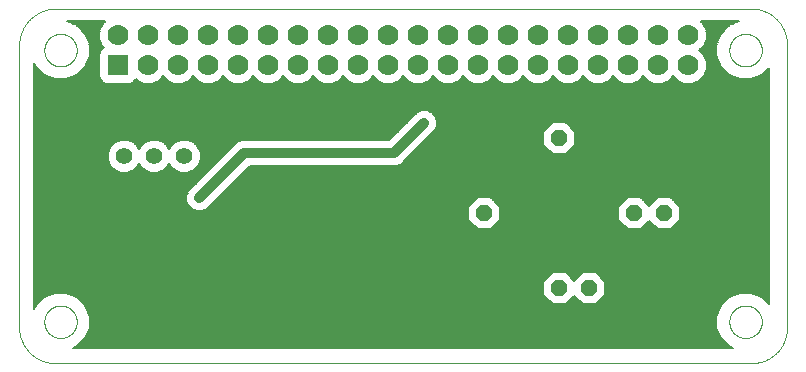
<source format=gbl>
G75*
%MOIN*%
%OFA0B0*%
%FSLAX25Y25*%
%IPPOS*%
%LPD*%
%AMOC8*
5,1,8,0,0,1.08239X$1,22.5*
%
%ADD10C,0.00000*%
%ADD11OC8,0.05200*%
%ADD12R,0.07000X0.07000*%
%ADD13C,0.07000*%
%ADD14C,0.05583*%
%ADD15C,0.02978*%
%ADD16C,0.03200*%
%ADD17C,0.02400*%
%ADD18C,0.00600*%
D10*
X0016899Y0005000D02*
X0249166Y0005000D01*
X0249450Y0005003D01*
X0249734Y0005014D01*
X0250017Y0005031D01*
X0250301Y0005055D01*
X0250583Y0005086D01*
X0250864Y0005123D01*
X0251145Y0005168D01*
X0251424Y0005219D01*
X0251703Y0005277D01*
X0251979Y0005342D01*
X0252254Y0005413D01*
X0252527Y0005491D01*
X0252798Y0005575D01*
X0253068Y0005666D01*
X0253334Y0005764D01*
X0253599Y0005868D01*
X0253861Y0005978D01*
X0254120Y0006095D01*
X0254376Y0006218D01*
X0254629Y0006346D01*
X0254879Y0006482D01*
X0255125Y0006623D01*
X0255368Y0006770D01*
X0255608Y0006922D01*
X0255844Y0007081D01*
X0256075Y0007245D01*
X0256303Y0007415D01*
X0256527Y0007590D01*
X0256746Y0007770D01*
X0256961Y0007956D01*
X0257171Y0008147D01*
X0257377Y0008343D01*
X0257578Y0008544D01*
X0257774Y0008750D01*
X0257965Y0008960D01*
X0258151Y0009175D01*
X0258331Y0009394D01*
X0258506Y0009618D01*
X0258676Y0009846D01*
X0258840Y0010077D01*
X0258999Y0010313D01*
X0259151Y0010553D01*
X0259298Y0010796D01*
X0259439Y0011042D01*
X0259575Y0011292D01*
X0259703Y0011545D01*
X0259826Y0011801D01*
X0259943Y0012060D01*
X0260053Y0012322D01*
X0260157Y0012587D01*
X0260255Y0012853D01*
X0260346Y0013123D01*
X0260430Y0013394D01*
X0260508Y0013667D01*
X0260579Y0013942D01*
X0260644Y0014218D01*
X0260702Y0014497D01*
X0260753Y0014776D01*
X0260798Y0015057D01*
X0260835Y0015338D01*
X0260866Y0015620D01*
X0260890Y0015904D01*
X0260907Y0016187D01*
X0260918Y0016471D01*
X0260921Y0016755D01*
X0260921Y0111192D01*
X0260917Y0111482D01*
X0260907Y0111772D01*
X0260889Y0112062D01*
X0260865Y0112351D01*
X0260833Y0112640D01*
X0260795Y0112927D01*
X0260750Y0113214D01*
X0260697Y0113499D01*
X0260638Y0113783D01*
X0260572Y0114066D01*
X0260499Y0114347D01*
X0260420Y0114626D01*
X0260333Y0114903D01*
X0260240Y0115178D01*
X0260141Y0115450D01*
X0260034Y0115721D01*
X0259922Y0115988D01*
X0259803Y0116253D01*
X0259677Y0116514D01*
X0259545Y0116773D01*
X0259407Y0117028D01*
X0259263Y0117280D01*
X0259113Y0117528D01*
X0258957Y0117773D01*
X0258795Y0118014D01*
X0258627Y0118251D01*
X0258454Y0118483D01*
X0258275Y0118712D01*
X0258091Y0118936D01*
X0257901Y0119155D01*
X0257706Y0119370D01*
X0257506Y0119580D01*
X0257300Y0119786D01*
X0257090Y0119986D01*
X0256875Y0120181D01*
X0256656Y0120371D01*
X0256432Y0120555D01*
X0256203Y0120734D01*
X0255971Y0120907D01*
X0255734Y0121075D01*
X0255493Y0121237D01*
X0255248Y0121393D01*
X0255000Y0121543D01*
X0254748Y0121687D01*
X0254493Y0121825D01*
X0254234Y0121957D01*
X0253973Y0122083D01*
X0253708Y0122202D01*
X0253441Y0122314D01*
X0253170Y0122421D01*
X0252898Y0122520D01*
X0252623Y0122613D01*
X0252346Y0122700D01*
X0252067Y0122779D01*
X0251786Y0122852D01*
X0251503Y0122918D01*
X0251219Y0122977D01*
X0250934Y0123030D01*
X0250647Y0123075D01*
X0250360Y0123113D01*
X0250071Y0123145D01*
X0249782Y0123169D01*
X0249492Y0123187D01*
X0249202Y0123197D01*
X0248912Y0123201D01*
X0017261Y0123201D01*
X0016965Y0123197D01*
X0016669Y0123187D01*
X0016373Y0123169D01*
X0016078Y0123144D01*
X0015783Y0123112D01*
X0015489Y0123072D01*
X0015197Y0123026D01*
X0014905Y0122973D01*
X0014615Y0122912D01*
X0014327Y0122845D01*
X0014040Y0122770D01*
X0013755Y0122689D01*
X0013472Y0122601D01*
X0013191Y0122506D01*
X0012913Y0122404D01*
X0012637Y0122296D01*
X0012364Y0122181D01*
X0012094Y0122059D01*
X0011827Y0121931D01*
X0011563Y0121797D01*
X0011302Y0121656D01*
X0011045Y0121509D01*
X0010792Y0121355D01*
X0010542Y0121196D01*
X0010296Y0121031D01*
X0010054Y0120859D01*
X0009817Y0120682D01*
X0009583Y0120500D01*
X0009355Y0120311D01*
X0009130Y0120117D01*
X0008911Y0119918D01*
X0008697Y0119714D01*
X0008487Y0119504D01*
X0008283Y0119290D01*
X0008084Y0119071D01*
X0007890Y0118846D01*
X0007701Y0118618D01*
X0007519Y0118384D01*
X0007342Y0118147D01*
X0007170Y0117905D01*
X0007005Y0117659D01*
X0006846Y0117409D01*
X0006692Y0117156D01*
X0006545Y0116899D01*
X0006404Y0116638D01*
X0006270Y0116374D01*
X0006142Y0116107D01*
X0006020Y0115837D01*
X0005905Y0115564D01*
X0005797Y0115288D01*
X0005695Y0115010D01*
X0005600Y0114729D01*
X0005512Y0114446D01*
X0005431Y0114161D01*
X0005356Y0113874D01*
X0005289Y0113586D01*
X0005228Y0113296D01*
X0005175Y0113004D01*
X0005129Y0112712D01*
X0005089Y0112418D01*
X0005057Y0112123D01*
X0005032Y0111828D01*
X0005014Y0111532D01*
X0005004Y0111236D01*
X0005000Y0110940D01*
X0005000Y0016899D01*
X0005003Y0016611D01*
X0005014Y0016324D01*
X0005031Y0016037D01*
X0005056Y0015751D01*
X0005087Y0015465D01*
X0005125Y0015180D01*
X0005170Y0014896D01*
X0005222Y0014613D01*
X0005280Y0014331D01*
X0005346Y0014051D01*
X0005418Y0013773D01*
X0005497Y0013497D01*
X0005582Y0013222D01*
X0005675Y0012950D01*
X0005773Y0012680D01*
X0005878Y0012412D01*
X0005990Y0012147D01*
X0006108Y0011885D01*
X0006232Y0011625D01*
X0006363Y0011369D01*
X0006500Y0011116D01*
X0006642Y0010867D01*
X0006791Y0010621D01*
X0006946Y0010378D01*
X0007106Y0010140D01*
X0007273Y0009905D01*
X0007444Y0009674D01*
X0007622Y0009448D01*
X0007804Y0009226D01*
X0007992Y0009009D01*
X0008186Y0008796D01*
X0008384Y0008587D01*
X0008587Y0008384D01*
X0008796Y0008186D01*
X0009009Y0007992D01*
X0009226Y0007804D01*
X0009448Y0007622D01*
X0009674Y0007444D01*
X0009905Y0007273D01*
X0010140Y0007106D01*
X0010378Y0006946D01*
X0010621Y0006791D01*
X0010867Y0006642D01*
X0011116Y0006500D01*
X0011369Y0006363D01*
X0011625Y0006232D01*
X0011885Y0006108D01*
X0012147Y0005990D01*
X0012412Y0005878D01*
X0012680Y0005773D01*
X0012950Y0005675D01*
X0013222Y0005582D01*
X0013497Y0005497D01*
X0013773Y0005418D01*
X0014051Y0005346D01*
X0014331Y0005280D01*
X0014613Y0005222D01*
X0014896Y0005170D01*
X0015180Y0005125D01*
X0015465Y0005087D01*
X0015751Y0005056D01*
X0016037Y0005031D01*
X0016324Y0005014D01*
X0016611Y0005003D01*
X0016899Y0005000D01*
X0013367Y0018780D02*
X0013369Y0018927D01*
X0013375Y0019073D01*
X0013385Y0019219D01*
X0013399Y0019365D01*
X0013417Y0019511D01*
X0013438Y0019656D01*
X0013464Y0019800D01*
X0013494Y0019944D01*
X0013527Y0020086D01*
X0013564Y0020228D01*
X0013605Y0020369D01*
X0013650Y0020508D01*
X0013699Y0020647D01*
X0013751Y0020784D01*
X0013808Y0020919D01*
X0013867Y0021053D01*
X0013931Y0021185D01*
X0013998Y0021315D01*
X0014068Y0021444D01*
X0014142Y0021571D01*
X0014219Y0021695D01*
X0014300Y0021818D01*
X0014384Y0021938D01*
X0014471Y0022056D01*
X0014561Y0022171D01*
X0014654Y0022284D01*
X0014751Y0022395D01*
X0014850Y0022503D01*
X0014952Y0022608D01*
X0015057Y0022710D01*
X0015165Y0022809D01*
X0015276Y0022906D01*
X0015389Y0022999D01*
X0015504Y0023089D01*
X0015622Y0023176D01*
X0015742Y0023260D01*
X0015865Y0023341D01*
X0015989Y0023418D01*
X0016116Y0023492D01*
X0016245Y0023562D01*
X0016375Y0023629D01*
X0016507Y0023693D01*
X0016641Y0023752D01*
X0016776Y0023809D01*
X0016913Y0023861D01*
X0017052Y0023910D01*
X0017191Y0023955D01*
X0017332Y0023996D01*
X0017474Y0024033D01*
X0017616Y0024066D01*
X0017760Y0024096D01*
X0017904Y0024122D01*
X0018049Y0024143D01*
X0018195Y0024161D01*
X0018341Y0024175D01*
X0018487Y0024185D01*
X0018633Y0024191D01*
X0018780Y0024193D01*
X0018927Y0024191D01*
X0019073Y0024185D01*
X0019219Y0024175D01*
X0019365Y0024161D01*
X0019511Y0024143D01*
X0019656Y0024122D01*
X0019800Y0024096D01*
X0019944Y0024066D01*
X0020086Y0024033D01*
X0020228Y0023996D01*
X0020369Y0023955D01*
X0020508Y0023910D01*
X0020647Y0023861D01*
X0020784Y0023809D01*
X0020919Y0023752D01*
X0021053Y0023693D01*
X0021185Y0023629D01*
X0021315Y0023562D01*
X0021444Y0023492D01*
X0021571Y0023418D01*
X0021695Y0023341D01*
X0021818Y0023260D01*
X0021938Y0023176D01*
X0022056Y0023089D01*
X0022171Y0022999D01*
X0022284Y0022906D01*
X0022395Y0022809D01*
X0022503Y0022710D01*
X0022608Y0022608D01*
X0022710Y0022503D01*
X0022809Y0022395D01*
X0022906Y0022284D01*
X0022999Y0022171D01*
X0023089Y0022056D01*
X0023176Y0021938D01*
X0023260Y0021818D01*
X0023341Y0021695D01*
X0023418Y0021571D01*
X0023492Y0021444D01*
X0023562Y0021315D01*
X0023629Y0021185D01*
X0023693Y0021053D01*
X0023752Y0020919D01*
X0023809Y0020784D01*
X0023861Y0020647D01*
X0023910Y0020508D01*
X0023955Y0020369D01*
X0023996Y0020228D01*
X0024033Y0020086D01*
X0024066Y0019944D01*
X0024096Y0019800D01*
X0024122Y0019656D01*
X0024143Y0019511D01*
X0024161Y0019365D01*
X0024175Y0019219D01*
X0024185Y0019073D01*
X0024191Y0018927D01*
X0024193Y0018780D01*
X0024191Y0018633D01*
X0024185Y0018487D01*
X0024175Y0018341D01*
X0024161Y0018195D01*
X0024143Y0018049D01*
X0024122Y0017904D01*
X0024096Y0017760D01*
X0024066Y0017616D01*
X0024033Y0017474D01*
X0023996Y0017332D01*
X0023955Y0017191D01*
X0023910Y0017052D01*
X0023861Y0016913D01*
X0023809Y0016776D01*
X0023752Y0016641D01*
X0023693Y0016507D01*
X0023629Y0016375D01*
X0023562Y0016245D01*
X0023492Y0016116D01*
X0023418Y0015989D01*
X0023341Y0015865D01*
X0023260Y0015742D01*
X0023176Y0015622D01*
X0023089Y0015504D01*
X0022999Y0015389D01*
X0022906Y0015276D01*
X0022809Y0015165D01*
X0022710Y0015057D01*
X0022608Y0014952D01*
X0022503Y0014850D01*
X0022395Y0014751D01*
X0022284Y0014654D01*
X0022171Y0014561D01*
X0022056Y0014471D01*
X0021938Y0014384D01*
X0021818Y0014300D01*
X0021695Y0014219D01*
X0021571Y0014142D01*
X0021444Y0014068D01*
X0021315Y0013998D01*
X0021185Y0013931D01*
X0021053Y0013867D01*
X0020919Y0013808D01*
X0020784Y0013751D01*
X0020647Y0013699D01*
X0020508Y0013650D01*
X0020369Y0013605D01*
X0020228Y0013564D01*
X0020086Y0013527D01*
X0019944Y0013494D01*
X0019800Y0013464D01*
X0019656Y0013438D01*
X0019511Y0013417D01*
X0019365Y0013399D01*
X0019219Y0013385D01*
X0019073Y0013375D01*
X0018927Y0013369D01*
X0018780Y0013367D01*
X0018633Y0013369D01*
X0018487Y0013375D01*
X0018341Y0013385D01*
X0018195Y0013399D01*
X0018049Y0013417D01*
X0017904Y0013438D01*
X0017760Y0013464D01*
X0017616Y0013494D01*
X0017474Y0013527D01*
X0017332Y0013564D01*
X0017191Y0013605D01*
X0017052Y0013650D01*
X0016913Y0013699D01*
X0016776Y0013751D01*
X0016641Y0013808D01*
X0016507Y0013867D01*
X0016375Y0013931D01*
X0016245Y0013998D01*
X0016116Y0014068D01*
X0015989Y0014142D01*
X0015865Y0014219D01*
X0015742Y0014300D01*
X0015622Y0014384D01*
X0015504Y0014471D01*
X0015389Y0014561D01*
X0015276Y0014654D01*
X0015165Y0014751D01*
X0015057Y0014850D01*
X0014952Y0014952D01*
X0014850Y0015057D01*
X0014751Y0015165D01*
X0014654Y0015276D01*
X0014561Y0015389D01*
X0014471Y0015504D01*
X0014384Y0015622D01*
X0014300Y0015742D01*
X0014219Y0015865D01*
X0014142Y0015989D01*
X0014068Y0016116D01*
X0013998Y0016245D01*
X0013931Y0016375D01*
X0013867Y0016507D01*
X0013808Y0016641D01*
X0013751Y0016776D01*
X0013699Y0016913D01*
X0013650Y0017052D01*
X0013605Y0017191D01*
X0013564Y0017332D01*
X0013527Y0017474D01*
X0013494Y0017616D01*
X0013464Y0017760D01*
X0013438Y0017904D01*
X0013417Y0018049D01*
X0013399Y0018195D01*
X0013385Y0018341D01*
X0013375Y0018487D01*
X0013369Y0018633D01*
X0013367Y0018780D01*
X0013367Y0109331D02*
X0013369Y0109478D01*
X0013375Y0109624D01*
X0013385Y0109770D01*
X0013399Y0109916D01*
X0013417Y0110062D01*
X0013438Y0110207D01*
X0013464Y0110351D01*
X0013494Y0110495D01*
X0013527Y0110637D01*
X0013564Y0110779D01*
X0013605Y0110920D01*
X0013650Y0111059D01*
X0013699Y0111198D01*
X0013751Y0111335D01*
X0013808Y0111470D01*
X0013867Y0111604D01*
X0013931Y0111736D01*
X0013998Y0111866D01*
X0014068Y0111995D01*
X0014142Y0112122D01*
X0014219Y0112246D01*
X0014300Y0112369D01*
X0014384Y0112489D01*
X0014471Y0112607D01*
X0014561Y0112722D01*
X0014654Y0112835D01*
X0014751Y0112946D01*
X0014850Y0113054D01*
X0014952Y0113159D01*
X0015057Y0113261D01*
X0015165Y0113360D01*
X0015276Y0113457D01*
X0015389Y0113550D01*
X0015504Y0113640D01*
X0015622Y0113727D01*
X0015742Y0113811D01*
X0015865Y0113892D01*
X0015989Y0113969D01*
X0016116Y0114043D01*
X0016245Y0114113D01*
X0016375Y0114180D01*
X0016507Y0114244D01*
X0016641Y0114303D01*
X0016776Y0114360D01*
X0016913Y0114412D01*
X0017052Y0114461D01*
X0017191Y0114506D01*
X0017332Y0114547D01*
X0017474Y0114584D01*
X0017616Y0114617D01*
X0017760Y0114647D01*
X0017904Y0114673D01*
X0018049Y0114694D01*
X0018195Y0114712D01*
X0018341Y0114726D01*
X0018487Y0114736D01*
X0018633Y0114742D01*
X0018780Y0114744D01*
X0018927Y0114742D01*
X0019073Y0114736D01*
X0019219Y0114726D01*
X0019365Y0114712D01*
X0019511Y0114694D01*
X0019656Y0114673D01*
X0019800Y0114647D01*
X0019944Y0114617D01*
X0020086Y0114584D01*
X0020228Y0114547D01*
X0020369Y0114506D01*
X0020508Y0114461D01*
X0020647Y0114412D01*
X0020784Y0114360D01*
X0020919Y0114303D01*
X0021053Y0114244D01*
X0021185Y0114180D01*
X0021315Y0114113D01*
X0021444Y0114043D01*
X0021571Y0113969D01*
X0021695Y0113892D01*
X0021818Y0113811D01*
X0021938Y0113727D01*
X0022056Y0113640D01*
X0022171Y0113550D01*
X0022284Y0113457D01*
X0022395Y0113360D01*
X0022503Y0113261D01*
X0022608Y0113159D01*
X0022710Y0113054D01*
X0022809Y0112946D01*
X0022906Y0112835D01*
X0022999Y0112722D01*
X0023089Y0112607D01*
X0023176Y0112489D01*
X0023260Y0112369D01*
X0023341Y0112246D01*
X0023418Y0112122D01*
X0023492Y0111995D01*
X0023562Y0111866D01*
X0023629Y0111736D01*
X0023693Y0111604D01*
X0023752Y0111470D01*
X0023809Y0111335D01*
X0023861Y0111198D01*
X0023910Y0111059D01*
X0023955Y0110920D01*
X0023996Y0110779D01*
X0024033Y0110637D01*
X0024066Y0110495D01*
X0024096Y0110351D01*
X0024122Y0110207D01*
X0024143Y0110062D01*
X0024161Y0109916D01*
X0024175Y0109770D01*
X0024185Y0109624D01*
X0024191Y0109478D01*
X0024193Y0109331D01*
X0024191Y0109184D01*
X0024185Y0109038D01*
X0024175Y0108892D01*
X0024161Y0108746D01*
X0024143Y0108600D01*
X0024122Y0108455D01*
X0024096Y0108311D01*
X0024066Y0108167D01*
X0024033Y0108025D01*
X0023996Y0107883D01*
X0023955Y0107742D01*
X0023910Y0107603D01*
X0023861Y0107464D01*
X0023809Y0107327D01*
X0023752Y0107192D01*
X0023693Y0107058D01*
X0023629Y0106926D01*
X0023562Y0106796D01*
X0023492Y0106667D01*
X0023418Y0106540D01*
X0023341Y0106416D01*
X0023260Y0106293D01*
X0023176Y0106173D01*
X0023089Y0106055D01*
X0022999Y0105940D01*
X0022906Y0105827D01*
X0022809Y0105716D01*
X0022710Y0105608D01*
X0022608Y0105503D01*
X0022503Y0105401D01*
X0022395Y0105302D01*
X0022284Y0105205D01*
X0022171Y0105112D01*
X0022056Y0105022D01*
X0021938Y0104935D01*
X0021818Y0104851D01*
X0021695Y0104770D01*
X0021571Y0104693D01*
X0021444Y0104619D01*
X0021315Y0104549D01*
X0021185Y0104482D01*
X0021053Y0104418D01*
X0020919Y0104359D01*
X0020784Y0104302D01*
X0020647Y0104250D01*
X0020508Y0104201D01*
X0020369Y0104156D01*
X0020228Y0104115D01*
X0020086Y0104078D01*
X0019944Y0104045D01*
X0019800Y0104015D01*
X0019656Y0103989D01*
X0019511Y0103968D01*
X0019365Y0103950D01*
X0019219Y0103936D01*
X0019073Y0103926D01*
X0018927Y0103920D01*
X0018780Y0103918D01*
X0018633Y0103920D01*
X0018487Y0103926D01*
X0018341Y0103936D01*
X0018195Y0103950D01*
X0018049Y0103968D01*
X0017904Y0103989D01*
X0017760Y0104015D01*
X0017616Y0104045D01*
X0017474Y0104078D01*
X0017332Y0104115D01*
X0017191Y0104156D01*
X0017052Y0104201D01*
X0016913Y0104250D01*
X0016776Y0104302D01*
X0016641Y0104359D01*
X0016507Y0104418D01*
X0016375Y0104482D01*
X0016245Y0104549D01*
X0016116Y0104619D01*
X0015989Y0104693D01*
X0015865Y0104770D01*
X0015742Y0104851D01*
X0015622Y0104935D01*
X0015504Y0105022D01*
X0015389Y0105112D01*
X0015276Y0105205D01*
X0015165Y0105302D01*
X0015057Y0105401D01*
X0014952Y0105503D01*
X0014850Y0105608D01*
X0014751Y0105716D01*
X0014654Y0105827D01*
X0014561Y0105940D01*
X0014471Y0106055D01*
X0014384Y0106173D01*
X0014300Y0106293D01*
X0014219Y0106416D01*
X0014142Y0106540D01*
X0014068Y0106667D01*
X0013998Y0106796D01*
X0013931Y0106926D01*
X0013867Y0107058D01*
X0013808Y0107192D01*
X0013751Y0107327D01*
X0013699Y0107464D01*
X0013650Y0107603D01*
X0013605Y0107742D01*
X0013564Y0107883D01*
X0013527Y0108025D01*
X0013494Y0108167D01*
X0013464Y0108311D01*
X0013438Y0108455D01*
X0013417Y0108600D01*
X0013399Y0108746D01*
X0013385Y0108892D01*
X0013375Y0109038D01*
X0013369Y0109184D01*
X0013367Y0109331D01*
X0241713Y0109331D02*
X0241715Y0109478D01*
X0241721Y0109624D01*
X0241731Y0109770D01*
X0241745Y0109916D01*
X0241763Y0110062D01*
X0241784Y0110207D01*
X0241810Y0110351D01*
X0241840Y0110495D01*
X0241873Y0110637D01*
X0241910Y0110779D01*
X0241951Y0110920D01*
X0241996Y0111059D01*
X0242045Y0111198D01*
X0242097Y0111335D01*
X0242154Y0111470D01*
X0242213Y0111604D01*
X0242277Y0111736D01*
X0242344Y0111866D01*
X0242414Y0111995D01*
X0242488Y0112122D01*
X0242565Y0112246D01*
X0242646Y0112369D01*
X0242730Y0112489D01*
X0242817Y0112607D01*
X0242907Y0112722D01*
X0243000Y0112835D01*
X0243097Y0112946D01*
X0243196Y0113054D01*
X0243298Y0113159D01*
X0243403Y0113261D01*
X0243511Y0113360D01*
X0243622Y0113457D01*
X0243735Y0113550D01*
X0243850Y0113640D01*
X0243968Y0113727D01*
X0244088Y0113811D01*
X0244211Y0113892D01*
X0244335Y0113969D01*
X0244462Y0114043D01*
X0244591Y0114113D01*
X0244721Y0114180D01*
X0244853Y0114244D01*
X0244987Y0114303D01*
X0245122Y0114360D01*
X0245259Y0114412D01*
X0245398Y0114461D01*
X0245537Y0114506D01*
X0245678Y0114547D01*
X0245820Y0114584D01*
X0245962Y0114617D01*
X0246106Y0114647D01*
X0246250Y0114673D01*
X0246395Y0114694D01*
X0246541Y0114712D01*
X0246687Y0114726D01*
X0246833Y0114736D01*
X0246979Y0114742D01*
X0247126Y0114744D01*
X0247273Y0114742D01*
X0247419Y0114736D01*
X0247565Y0114726D01*
X0247711Y0114712D01*
X0247857Y0114694D01*
X0248002Y0114673D01*
X0248146Y0114647D01*
X0248290Y0114617D01*
X0248432Y0114584D01*
X0248574Y0114547D01*
X0248715Y0114506D01*
X0248854Y0114461D01*
X0248993Y0114412D01*
X0249130Y0114360D01*
X0249265Y0114303D01*
X0249399Y0114244D01*
X0249531Y0114180D01*
X0249661Y0114113D01*
X0249790Y0114043D01*
X0249917Y0113969D01*
X0250041Y0113892D01*
X0250164Y0113811D01*
X0250284Y0113727D01*
X0250402Y0113640D01*
X0250517Y0113550D01*
X0250630Y0113457D01*
X0250741Y0113360D01*
X0250849Y0113261D01*
X0250954Y0113159D01*
X0251056Y0113054D01*
X0251155Y0112946D01*
X0251252Y0112835D01*
X0251345Y0112722D01*
X0251435Y0112607D01*
X0251522Y0112489D01*
X0251606Y0112369D01*
X0251687Y0112246D01*
X0251764Y0112122D01*
X0251838Y0111995D01*
X0251908Y0111866D01*
X0251975Y0111736D01*
X0252039Y0111604D01*
X0252098Y0111470D01*
X0252155Y0111335D01*
X0252207Y0111198D01*
X0252256Y0111059D01*
X0252301Y0110920D01*
X0252342Y0110779D01*
X0252379Y0110637D01*
X0252412Y0110495D01*
X0252442Y0110351D01*
X0252468Y0110207D01*
X0252489Y0110062D01*
X0252507Y0109916D01*
X0252521Y0109770D01*
X0252531Y0109624D01*
X0252537Y0109478D01*
X0252539Y0109331D01*
X0252537Y0109184D01*
X0252531Y0109038D01*
X0252521Y0108892D01*
X0252507Y0108746D01*
X0252489Y0108600D01*
X0252468Y0108455D01*
X0252442Y0108311D01*
X0252412Y0108167D01*
X0252379Y0108025D01*
X0252342Y0107883D01*
X0252301Y0107742D01*
X0252256Y0107603D01*
X0252207Y0107464D01*
X0252155Y0107327D01*
X0252098Y0107192D01*
X0252039Y0107058D01*
X0251975Y0106926D01*
X0251908Y0106796D01*
X0251838Y0106667D01*
X0251764Y0106540D01*
X0251687Y0106416D01*
X0251606Y0106293D01*
X0251522Y0106173D01*
X0251435Y0106055D01*
X0251345Y0105940D01*
X0251252Y0105827D01*
X0251155Y0105716D01*
X0251056Y0105608D01*
X0250954Y0105503D01*
X0250849Y0105401D01*
X0250741Y0105302D01*
X0250630Y0105205D01*
X0250517Y0105112D01*
X0250402Y0105022D01*
X0250284Y0104935D01*
X0250164Y0104851D01*
X0250041Y0104770D01*
X0249917Y0104693D01*
X0249790Y0104619D01*
X0249661Y0104549D01*
X0249531Y0104482D01*
X0249399Y0104418D01*
X0249265Y0104359D01*
X0249130Y0104302D01*
X0248993Y0104250D01*
X0248854Y0104201D01*
X0248715Y0104156D01*
X0248574Y0104115D01*
X0248432Y0104078D01*
X0248290Y0104045D01*
X0248146Y0104015D01*
X0248002Y0103989D01*
X0247857Y0103968D01*
X0247711Y0103950D01*
X0247565Y0103936D01*
X0247419Y0103926D01*
X0247273Y0103920D01*
X0247126Y0103918D01*
X0246979Y0103920D01*
X0246833Y0103926D01*
X0246687Y0103936D01*
X0246541Y0103950D01*
X0246395Y0103968D01*
X0246250Y0103989D01*
X0246106Y0104015D01*
X0245962Y0104045D01*
X0245820Y0104078D01*
X0245678Y0104115D01*
X0245537Y0104156D01*
X0245398Y0104201D01*
X0245259Y0104250D01*
X0245122Y0104302D01*
X0244987Y0104359D01*
X0244853Y0104418D01*
X0244721Y0104482D01*
X0244591Y0104549D01*
X0244462Y0104619D01*
X0244335Y0104693D01*
X0244211Y0104770D01*
X0244088Y0104851D01*
X0243968Y0104935D01*
X0243850Y0105022D01*
X0243735Y0105112D01*
X0243622Y0105205D01*
X0243511Y0105302D01*
X0243403Y0105401D01*
X0243298Y0105503D01*
X0243196Y0105608D01*
X0243097Y0105716D01*
X0243000Y0105827D01*
X0242907Y0105940D01*
X0242817Y0106055D01*
X0242730Y0106173D01*
X0242646Y0106293D01*
X0242565Y0106416D01*
X0242488Y0106540D01*
X0242414Y0106667D01*
X0242344Y0106796D01*
X0242277Y0106926D01*
X0242213Y0107058D01*
X0242154Y0107192D01*
X0242097Y0107327D01*
X0242045Y0107464D01*
X0241996Y0107603D01*
X0241951Y0107742D01*
X0241910Y0107883D01*
X0241873Y0108025D01*
X0241840Y0108167D01*
X0241810Y0108311D01*
X0241784Y0108455D01*
X0241763Y0108600D01*
X0241745Y0108746D01*
X0241731Y0108892D01*
X0241721Y0109038D01*
X0241715Y0109184D01*
X0241713Y0109331D01*
X0241713Y0018780D02*
X0241715Y0018927D01*
X0241721Y0019073D01*
X0241731Y0019219D01*
X0241745Y0019365D01*
X0241763Y0019511D01*
X0241784Y0019656D01*
X0241810Y0019800D01*
X0241840Y0019944D01*
X0241873Y0020086D01*
X0241910Y0020228D01*
X0241951Y0020369D01*
X0241996Y0020508D01*
X0242045Y0020647D01*
X0242097Y0020784D01*
X0242154Y0020919D01*
X0242213Y0021053D01*
X0242277Y0021185D01*
X0242344Y0021315D01*
X0242414Y0021444D01*
X0242488Y0021571D01*
X0242565Y0021695D01*
X0242646Y0021818D01*
X0242730Y0021938D01*
X0242817Y0022056D01*
X0242907Y0022171D01*
X0243000Y0022284D01*
X0243097Y0022395D01*
X0243196Y0022503D01*
X0243298Y0022608D01*
X0243403Y0022710D01*
X0243511Y0022809D01*
X0243622Y0022906D01*
X0243735Y0022999D01*
X0243850Y0023089D01*
X0243968Y0023176D01*
X0244088Y0023260D01*
X0244211Y0023341D01*
X0244335Y0023418D01*
X0244462Y0023492D01*
X0244591Y0023562D01*
X0244721Y0023629D01*
X0244853Y0023693D01*
X0244987Y0023752D01*
X0245122Y0023809D01*
X0245259Y0023861D01*
X0245398Y0023910D01*
X0245537Y0023955D01*
X0245678Y0023996D01*
X0245820Y0024033D01*
X0245962Y0024066D01*
X0246106Y0024096D01*
X0246250Y0024122D01*
X0246395Y0024143D01*
X0246541Y0024161D01*
X0246687Y0024175D01*
X0246833Y0024185D01*
X0246979Y0024191D01*
X0247126Y0024193D01*
X0247273Y0024191D01*
X0247419Y0024185D01*
X0247565Y0024175D01*
X0247711Y0024161D01*
X0247857Y0024143D01*
X0248002Y0024122D01*
X0248146Y0024096D01*
X0248290Y0024066D01*
X0248432Y0024033D01*
X0248574Y0023996D01*
X0248715Y0023955D01*
X0248854Y0023910D01*
X0248993Y0023861D01*
X0249130Y0023809D01*
X0249265Y0023752D01*
X0249399Y0023693D01*
X0249531Y0023629D01*
X0249661Y0023562D01*
X0249790Y0023492D01*
X0249917Y0023418D01*
X0250041Y0023341D01*
X0250164Y0023260D01*
X0250284Y0023176D01*
X0250402Y0023089D01*
X0250517Y0022999D01*
X0250630Y0022906D01*
X0250741Y0022809D01*
X0250849Y0022710D01*
X0250954Y0022608D01*
X0251056Y0022503D01*
X0251155Y0022395D01*
X0251252Y0022284D01*
X0251345Y0022171D01*
X0251435Y0022056D01*
X0251522Y0021938D01*
X0251606Y0021818D01*
X0251687Y0021695D01*
X0251764Y0021571D01*
X0251838Y0021444D01*
X0251908Y0021315D01*
X0251975Y0021185D01*
X0252039Y0021053D01*
X0252098Y0020919D01*
X0252155Y0020784D01*
X0252207Y0020647D01*
X0252256Y0020508D01*
X0252301Y0020369D01*
X0252342Y0020228D01*
X0252379Y0020086D01*
X0252412Y0019944D01*
X0252442Y0019800D01*
X0252468Y0019656D01*
X0252489Y0019511D01*
X0252507Y0019365D01*
X0252521Y0019219D01*
X0252531Y0019073D01*
X0252537Y0018927D01*
X0252539Y0018780D01*
X0252537Y0018633D01*
X0252531Y0018487D01*
X0252521Y0018341D01*
X0252507Y0018195D01*
X0252489Y0018049D01*
X0252468Y0017904D01*
X0252442Y0017760D01*
X0252412Y0017616D01*
X0252379Y0017474D01*
X0252342Y0017332D01*
X0252301Y0017191D01*
X0252256Y0017052D01*
X0252207Y0016913D01*
X0252155Y0016776D01*
X0252098Y0016641D01*
X0252039Y0016507D01*
X0251975Y0016375D01*
X0251908Y0016245D01*
X0251838Y0016116D01*
X0251764Y0015989D01*
X0251687Y0015865D01*
X0251606Y0015742D01*
X0251522Y0015622D01*
X0251435Y0015504D01*
X0251345Y0015389D01*
X0251252Y0015276D01*
X0251155Y0015165D01*
X0251056Y0015057D01*
X0250954Y0014952D01*
X0250849Y0014850D01*
X0250741Y0014751D01*
X0250630Y0014654D01*
X0250517Y0014561D01*
X0250402Y0014471D01*
X0250284Y0014384D01*
X0250164Y0014300D01*
X0250041Y0014219D01*
X0249917Y0014142D01*
X0249790Y0014068D01*
X0249661Y0013998D01*
X0249531Y0013931D01*
X0249399Y0013867D01*
X0249265Y0013808D01*
X0249130Y0013751D01*
X0248993Y0013699D01*
X0248854Y0013650D01*
X0248715Y0013605D01*
X0248574Y0013564D01*
X0248432Y0013527D01*
X0248290Y0013494D01*
X0248146Y0013464D01*
X0248002Y0013438D01*
X0247857Y0013417D01*
X0247711Y0013399D01*
X0247565Y0013385D01*
X0247419Y0013375D01*
X0247273Y0013369D01*
X0247126Y0013367D01*
X0246979Y0013369D01*
X0246833Y0013375D01*
X0246687Y0013385D01*
X0246541Y0013399D01*
X0246395Y0013417D01*
X0246250Y0013438D01*
X0246106Y0013464D01*
X0245962Y0013494D01*
X0245820Y0013527D01*
X0245678Y0013564D01*
X0245537Y0013605D01*
X0245398Y0013650D01*
X0245259Y0013699D01*
X0245122Y0013751D01*
X0244987Y0013808D01*
X0244853Y0013867D01*
X0244721Y0013931D01*
X0244591Y0013998D01*
X0244462Y0014068D01*
X0244335Y0014142D01*
X0244211Y0014219D01*
X0244088Y0014300D01*
X0243968Y0014384D01*
X0243850Y0014471D01*
X0243735Y0014561D01*
X0243622Y0014654D01*
X0243511Y0014751D01*
X0243403Y0014850D01*
X0243298Y0014952D01*
X0243196Y0015057D01*
X0243097Y0015165D01*
X0243000Y0015276D01*
X0242907Y0015389D01*
X0242817Y0015504D01*
X0242730Y0015622D01*
X0242646Y0015742D01*
X0242565Y0015865D01*
X0242488Y0015989D01*
X0242414Y0016116D01*
X0242344Y0016245D01*
X0242277Y0016375D01*
X0242213Y0016507D01*
X0242154Y0016641D01*
X0242097Y0016776D01*
X0242045Y0016913D01*
X0241996Y0017052D01*
X0241951Y0017191D01*
X0241910Y0017332D01*
X0241873Y0017474D01*
X0241840Y0017616D01*
X0241810Y0017760D01*
X0241784Y0017904D01*
X0241763Y0018049D01*
X0241745Y0018195D01*
X0241731Y0018341D01*
X0241721Y0018487D01*
X0241715Y0018633D01*
X0241713Y0018780D01*
D11*
X0195000Y0030000D03*
X0185000Y0030000D03*
X0170000Y0055000D03*
X0160000Y0055000D03*
X0185000Y0080000D03*
X0195000Y0080000D03*
X0210000Y0055000D03*
X0220000Y0055000D03*
D12*
X0037953Y0104331D03*
D13*
X0047953Y0104331D03*
X0057953Y0104331D03*
X0067953Y0104331D03*
X0077953Y0104331D03*
X0087953Y0104331D03*
X0097953Y0104331D03*
X0107953Y0104331D03*
X0117953Y0104331D03*
X0127953Y0104331D03*
X0137953Y0104331D03*
X0147953Y0104331D03*
X0157953Y0104331D03*
X0167953Y0104331D03*
X0177953Y0104331D03*
X0187953Y0104331D03*
X0197953Y0104331D03*
X0207953Y0104331D03*
X0217953Y0104331D03*
X0227953Y0104331D03*
X0227953Y0114331D03*
X0217953Y0114331D03*
X0207953Y0114331D03*
X0197953Y0114331D03*
X0187953Y0114331D03*
X0177953Y0114331D03*
X0167953Y0114331D03*
X0157953Y0114331D03*
X0147953Y0114331D03*
X0137953Y0114331D03*
X0127953Y0114331D03*
X0117953Y0114331D03*
X0107953Y0114331D03*
X0097953Y0114331D03*
X0087953Y0114331D03*
X0077953Y0114331D03*
X0067953Y0114331D03*
X0057953Y0114331D03*
X0047953Y0114331D03*
X0037953Y0114331D03*
D14*
X0040000Y0073937D03*
X0050000Y0073937D03*
X0060000Y0073937D03*
D15*
X0065000Y0060000D03*
X0140000Y0085000D03*
X0145000Y0080000D03*
D16*
X0140000Y0085000D02*
X0130000Y0075000D01*
X0080000Y0075000D01*
X0065000Y0060000D01*
D17*
X0145000Y0080000D02*
X0170000Y0055000D01*
X0190000Y0055000D01*
D18*
X0204700Y0055275D02*
X0165300Y0055275D01*
X0165300Y0055873D02*
X0204700Y0055873D01*
X0204700Y0056472D02*
X0165300Y0056472D01*
X0165300Y0057070D02*
X0204700Y0057070D01*
X0204700Y0057195D02*
X0204700Y0052805D01*
X0207805Y0049700D01*
X0212195Y0049700D01*
X0215000Y0052505D01*
X0217805Y0049700D01*
X0222195Y0049700D01*
X0225300Y0052805D01*
X0225300Y0057195D01*
X0222195Y0060300D01*
X0217805Y0060300D01*
X0215000Y0057495D01*
X0212195Y0060300D01*
X0207805Y0060300D01*
X0204700Y0057195D01*
X0205174Y0057669D02*
X0164826Y0057669D01*
X0165300Y0057195D02*
X0162195Y0060300D01*
X0157805Y0060300D01*
X0154700Y0057195D01*
X0154700Y0052805D01*
X0157805Y0049700D01*
X0162195Y0049700D01*
X0165300Y0052805D01*
X0165300Y0057195D01*
X0164228Y0058268D02*
X0205772Y0058268D01*
X0206371Y0058866D02*
X0163629Y0058866D01*
X0163031Y0059465D02*
X0206969Y0059465D01*
X0207568Y0060063D02*
X0162432Y0060063D01*
X0157568Y0060063D02*
X0071144Y0060063D01*
X0070546Y0059465D02*
X0156969Y0059465D01*
X0156371Y0058866D02*
X0069947Y0058866D01*
X0069349Y0058268D02*
X0155772Y0058268D01*
X0155174Y0057669D02*
X0068750Y0057669D01*
X0068152Y0057070D02*
X0154700Y0057070D01*
X0154700Y0056472D02*
X0067553Y0056472D01*
X0067436Y0056355D02*
X0065855Y0055700D01*
X0064145Y0055700D01*
X0062564Y0056355D01*
X0061355Y0057564D01*
X0060700Y0059145D01*
X0060700Y0060855D01*
X0061355Y0062436D01*
X0076355Y0077436D01*
X0077564Y0078645D01*
X0079145Y0079300D01*
X0128219Y0079300D01*
X0137564Y0088645D01*
X0139145Y0089300D01*
X0140855Y0089300D01*
X0142436Y0088645D01*
X0143645Y0087436D01*
X0144300Y0085855D01*
X0144300Y0084145D01*
X0143645Y0082564D01*
X0133645Y0072564D01*
X0132436Y0071355D01*
X0130855Y0070700D01*
X0081781Y0070700D01*
X0067436Y0056355D01*
X0066274Y0055873D02*
X0154700Y0055873D01*
X0154700Y0055275D02*
X0010000Y0055275D01*
X0010000Y0055873D02*
X0063726Y0055873D01*
X0062447Y0056472D02*
X0010000Y0056472D01*
X0010000Y0057070D02*
X0061848Y0057070D01*
X0061311Y0057669D02*
X0010000Y0057669D01*
X0010000Y0058268D02*
X0061063Y0058268D01*
X0060815Y0058866D02*
X0010000Y0058866D01*
X0010000Y0059465D02*
X0060700Y0059465D01*
X0060700Y0060063D02*
X0010000Y0060063D01*
X0010000Y0060662D02*
X0060700Y0060662D01*
X0060868Y0061260D02*
X0010000Y0061260D01*
X0010000Y0061859D02*
X0061116Y0061859D01*
X0061376Y0062457D02*
X0010000Y0062457D01*
X0010000Y0063056D02*
X0061974Y0063056D01*
X0062573Y0063654D02*
X0010000Y0063654D01*
X0010000Y0064253D02*
X0063172Y0064253D01*
X0063770Y0064851D02*
X0010000Y0064851D01*
X0010000Y0065450D02*
X0064369Y0065450D01*
X0064967Y0066048D02*
X0010000Y0066048D01*
X0010000Y0066647D02*
X0065566Y0066647D01*
X0066164Y0067245D02*
X0010000Y0067245D01*
X0010000Y0067844D02*
X0066763Y0067844D01*
X0067361Y0068442D02*
X0010000Y0068442D01*
X0010000Y0069041D02*
X0037471Y0069041D01*
X0036889Y0069282D02*
X0038908Y0068446D01*
X0041092Y0068446D01*
X0043111Y0069282D01*
X0044655Y0070826D01*
X0045000Y0071659D01*
X0045345Y0070826D01*
X0046889Y0069282D01*
X0048908Y0068446D01*
X0051092Y0068446D01*
X0053111Y0069282D01*
X0054655Y0070826D01*
X0055000Y0071659D01*
X0055345Y0070826D01*
X0056889Y0069282D01*
X0058908Y0068446D01*
X0061092Y0068446D01*
X0063111Y0069282D01*
X0064655Y0070826D01*
X0065491Y0072845D01*
X0065491Y0075029D01*
X0064655Y0077048D01*
X0063111Y0078592D01*
X0061092Y0079428D01*
X0058908Y0079428D01*
X0056889Y0078592D01*
X0055345Y0077048D01*
X0055000Y0076215D01*
X0054655Y0077048D01*
X0053111Y0078592D01*
X0051092Y0079428D01*
X0048908Y0079428D01*
X0046889Y0078592D01*
X0045345Y0077048D01*
X0045000Y0076215D01*
X0044655Y0077048D01*
X0043111Y0078592D01*
X0041092Y0079428D01*
X0038908Y0079428D01*
X0036889Y0078592D01*
X0035345Y0077048D01*
X0034509Y0075029D01*
X0034509Y0072845D01*
X0035345Y0070826D01*
X0036889Y0069282D01*
X0036532Y0069639D02*
X0010000Y0069639D01*
X0010000Y0070238D02*
X0035933Y0070238D01*
X0035341Y0070836D02*
X0010000Y0070836D01*
X0010000Y0071435D02*
X0035093Y0071435D01*
X0034845Y0072033D02*
X0010000Y0072033D01*
X0010000Y0072632D02*
X0034597Y0072632D01*
X0034509Y0073230D02*
X0010000Y0073230D01*
X0010000Y0073829D02*
X0034509Y0073829D01*
X0034509Y0074427D02*
X0010000Y0074427D01*
X0010000Y0075026D02*
X0034509Y0075026D01*
X0034755Y0075624D02*
X0010000Y0075624D01*
X0010000Y0076223D02*
X0035003Y0076223D01*
X0035251Y0076821D02*
X0010000Y0076821D01*
X0010000Y0077420D02*
X0035717Y0077420D01*
X0036315Y0078018D02*
X0010000Y0078018D01*
X0010000Y0078617D02*
X0036949Y0078617D01*
X0038394Y0079215D02*
X0010000Y0079215D01*
X0010000Y0079814D02*
X0128733Y0079814D01*
X0129331Y0080412D02*
X0010000Y0080412D01*
X0010000Y0081011D02*
X0129930Y0081011D01*
X0130528Y0081609D02*
X0010000Y0081609D01*
X0010000Y0082208D02*
X0131127Y0082208D01*
X0131725Y0082806D02*
X0010000Y0082806D01*
X0010000Y0083405D02*
X0132324Y0083405D01*
X0132922Y0084003D02*
X0010000Y0084003D01*
X0010000Y0084602D02*
X0133521Y0084602D01*
X0134119Y0085201D02*
X0010000Y0085201D01*
X0010000Y0085799D02*
X0134718Y0085799D01*
X0135316Y0086398D02*
X0010000Y0086398D01*
X0010000Y0086996D02*
X0135915Y0086996D01*
X0136513Y0087595D02*
X0010000Y0087595D01*
X0010000Y0088193D02*
X0137112Y0088193D01*
X0137917Y0088792D02*
X0010000Y0088792D01*
X0010000Y0089390D02*
X0255000Y0089390D01*
X0255000Y0088792D02*
X0142083Y0088792D01*
X0142888Y0088193D02*
X0255000Y0088193D01*
X0255000Y0087595D02*
X0143487Y0087595D01*
X0143827Y0086996D02*
X0255000Y0086996D01*
X0255000Y0086398D02*
X0144075Y0086398D01*
X0144300Y0085799D02*
X0255000Y0085799D01*
X0255000Y0085201D02*
X0187295Y0085201D01*
X0187195Y0085300D02*
X0182805Y0085300D01*
X0179700Y0082195D01*
X0179700Y0077805D01*
X0182805Y0074700D01*
X0187195Y0074700D01*
X0190300Y0077805D01*
X0190300Y0082195D01*
X0187195Y0085300D01*
X0187893Y0084602D02*
X0255000Y0084602D01*
X0255000Y0084003D02*
X0188492Y0084003D01*
X0189090Y0083405D02*
X0255000Y0083405D01*
X0255000Y0082806D02*
X0189689Y0082806D01*
X0190287Y0082208D02*
X0255000Y0082208D01*
X0255000Y0081609D02*
X0190300Y0081609D01*
X0190300Y0081011D02*
X0255000Y0081011D01*
X0255000Y0080412D02*
X0190300Y0080412D01*
X0190300Y0079814D02*
X0255000Y0079814D01*
X0255000Y0079215D02*
X0190300Y0079215D01*
X0190300Y0078617D02*
X0255000Y0078617D01*
X0255000Y0078018D02*
X0190300Y0078018D01*
X0189915Y0077420D02*
X0255000Y0077420D01*
X0255000Y0076821D02*
X0189317Y0076821D01*
X0188718Y0076223D02*
X0255000Y0076223D01*
X0255000Y0075624D02*
X0188120Y0075624D01*
X0187521Y0075026D02*
X0255000Y0075026D01*
X0255000Y0074427D02*
X0135508Y0074427D01*
X0134910Y0073829D02*
X0255000Y0073829D01*
X0255000Y0073230D02*
X0134311Y0073230D01*
X0133713Y0072632D02*
X0255000Y0072632D01*
X0255000Y0072033D02*
X0133114Y0072033D01*
X0132516Y0071435D02*
X0255000Y0071435D01*
X0255000Y0070836D02*
X0131184Y0070836D01*
X0136107Y0075026D02*
X0182479Y0075026D01*
X0181880Y0075624D02*
X0136705Y0075624D01*
X0137304Y0076223D02*
X0181282Y0076223D01*
X0180683Y0076821D02*
X0137902Y0076821D01*
X0138501Y0077420D02*
X0180085Y0077420D01*
X0179700Y0078018D02*
X0139099Y0078018D01*
X0139698Y0078617D02*
X0179700Y0078617D01*
X0179700Y0079215D02*
X0140297Y0079215D01*
X0140895Y0079814D02*
X0179700Y0079814D01*
X0179700Y0080412D02*
X0141494Y0080412D01*
X0142092Y0081011D02*
X0179700Y0081011D01*
X0179700Y0081609D02*
X0142691Y0081609D01*
X0143289Y0082208D02*
X0179713Y0082208D01*
X0180311Y0082806D02*
X0143746Y0082806D01*
X0143994Y0083405D02*
X0180910Y0083405D01*
X0181508Y0084003D02*
X0144241Y0084003D01*
X0144300Y0084602D02*
X0182107Y0084602D01*
X0182705Y0085201D02*
X0144300Y0085201D01*
X0146719Y0098131D02*
X0149186Y0098131D01*
X0151465Y0099075D01*
X0152953Y0100563D01*
X0154441Y0099075D01*
X0156719Y0098131D01*
X0159186Y0098131D01*
X0161465Y0099075D01*
X0162953Y0100563D01*
X0164441Y0099075D01*
X0166719Y0098131D01*
X0169186Y0098131D01*
X0171465Y0099075D01*
X0172953Y0100563D01*
X0174441Y0099075D01*
X0176719Y0098131D01*
X0179186Y0098131D01*
X0181465Y0099075D01*
X0182953Y0100563D01*
X0184441Y0099075D01*
X0186719Y0098131D01*
X0189186Y0098131D01*
X0191465Y0099075D01*
X0192953Y0100563D01*
X0194441Y0099075D01*
X0196719Y0098131D01*
X0199186Y0098131D01*
X0201465Y0099075D01*
X0202953Y0100563D01*
X0204441Y0099075D01*
X0206719Y0098131D01*
X0209186Y0098131D01*
X0211465Y0099075D01*
X0212953Y0100563D01*
X0214441Y0099075D01*
X0216719Y0098131D01*
X0219186Y0098131D01*
X0221465Y0099075D01*
X0222953Y0100563D01*
X0224441Y0099075D01*
X0226719Y0098131D01*
X0229186Y0098131D01*
X0231465Y0099075D01*
X0233209Y0100819D01*
X0234153Y0103097D01*
X0234153Y0105564D01*
X0233209Y0107843D01*
X0231721Y0109331D01*
X0233209Y0110819D01*
X0234153Y0113097D01*
X0234153Y0115564D01*
X0233209Y0117843D01*
X0232151Y0118901D01*
X0244848Y0118901D01*
X0241624Y0117565D01*
X0238891Y0114833D01*
X0237413Y0111263D01*
X0237413Y0107399D01*
X0238891Y0103829D01*
X0241624Y0101096D01*
X0245194Y0099617D01*
X0249058Y0099617D01*
X0252628Y0101096D01*
X0255000Y0103468D01*
X0255000Y0024642D01*
X0252628Y0027014D01*
X0249058Y0028493D01*
X0245194Y0028493D01*
X0241624Y0027014D01*
X0238891Y0024282D01*
X0237413Y0020712D01*
X0237413Y0016847D01*
X0238891Y0013277D01*
X0241624Y0010545D01*
X0242939Y0010000D01*
X0022966Y0010000D01*
X0024282Y0010545D01*
X0027014Y0013277D01*
X0028493Y0016847D01*
X0028493Y0020712D01*
X0027014Y0024282D01*
X0024282Y0027014D01*
X0020712Y0028493D01*
X0016847Y0028493D01*
X0013277Y0027014D01*
X0010545Y0024282D01*
X0010000Y0022966D01*
X0010000Y0105144D01*
X0010545Y0103829D01*
X0013277Y0101096D01*
X0016847Y0099617D01*
X0020712Y0099617D01*
X0024282Y0101096D01*
X0027014Y0103829D01*
X0028493Y0107399D01*
X0028493Y0111263D01*
X0027014Y0114833D01*
X0024282Y0117565D01*
X0021058Y0118901D01*
X0033755Y0118901D01*
X0032697Y0117843D01*
X0031753Y0115564D01*
X0031753Y0113097D01*
X0032697Y0110819D01*
X0033257Y0110258D01*
X0032923Y0110120D01*
X0032164Y0109360D01*
X0031753Y0108368D01*
X0031753Y0100294D01*
X0032164Y0099301D01*
X0032923Y0098542D01*
X0033916Y0098131D01*
X0041990Y0098131D01*
X0042982Y0098542D01*
X0043742Y0099301D01*
X0043880Y0099635D01*
X0044441Y0099075D01*
X0046719Y0098131D01*
X0049186Y0098131D01*
X0051465Y0099075D01*
X0052953Y0100563D01*
X0054441Y0099075D01*
X0056719Y0098131D01*
X0059186Y0098131D01*
X0061465Y0099075D01*
X0062953Y0100563D01*
X0064441Y0099075D01*
X0066719Y0098131D01*
X0069186Y0098131D01*
X0071465Y0099075D01*
X0072953Y0100563D01*
X0074441Y0099075D01*
X0076719Y0098131D01*
X0079186Y0098131D01*
X0081465Y0099075D01*
X0082953Y0100563D01*
X0084441Y0099075D01*
X0086719Y0098131D01*
X0089186Y0098131D01*
X0091465Y0099075D01*
X0092953Y0100563D01*
X0094441Y0099075D01*
X0096719Y0098131D01*
X0099186Y0098131D01*
X0101465Y0099075D01*
X0102953Y0100563D01*
X0104441Y0099075D01*
X0106719Y0098131D01*
X0109186Y0098131D01*
X0111465Y0099075D01*
X0112953Y0100563D01*
X0114441Y0099075D01*
X0116719Y0098131D01*
X0119186Y0098131D01*
X0121465Y0099075D01*
X0122953Y0100563D01*
X0124441Y0099075D01*
X0126719Y0098131D01*
X0129186Y0098131D01*
X0131465Y0099075D01*
X0132953Y0100563D01*
X0134441Y0099075D01*
X0136719Y0098131D01*
X0139186Y0098131D01*
X0141465Y0099075D01*
X0142953Y0100563D01*
X0144441Y0099075D01*
X0146719Y0098131D01*
X0146147Y0098368D02*
X0139758Y0098368D01*
X0141203Y0098966D02*
X0144702Y0098966D01*
X0143951Y0099565D02*
X0141955Y0099565D01*
X0142553Y0100163D02*
X0143352Y0100163D01*
X0149758Y0098368D02*
X0156147Y0098368D01*
X0154702Y0098966D02*
X0151203Y0098966D01*
X0151955Y0099565D02*
X0153951Y0099565D01*
X0153352Y0100163D02*
X0152553Y0100163D01*
X0159758Y0098368D02*
X0166147Y0098368D01*
X0164702Y0098966D02*
X0161203Y0098966D01*
X0161955Y0099565D02*
X0163951Y0099565D01*
X0163352Y0100163D02*
X0162553Y0100163D01*
X0169758Y0098368D02*
X0176147Y0098368D01*
X0174702Y0098966D02*
X0171203Y0098966D01*
X0171955Y0099565D02*
X0173951Y0099565D01*
X0173352Y0100163D02*
X0172553Y0100163D01*
X0179758Y0098368D02*
X0186147Y0098368D01*
X0184702Y0098966D02*
X0181203Y0098966D01*
X0181955Y0099565D02*
X0183951Y0099565D01*
X0183352Y0100163D02*
X0182553Y0100163D01*
X0189758Y0098368D02*
X0196147Y0098368D01*
X0194702Y0098966D02*
X0191203Y0098966D01*
X0191955Y0099565D02*
X0193951Y0099565D01*
X0193352Y0100163D02*
X0192553Y0100163D01*
X0199758Y0098368D02*
X0206147Y0098368D01*
X0204702Y0098966D02*
X0201203Y0098966D01*
X0201955Y0099565D02*
X0203951Y0099565D01*
X0203352Y0100163D02*
X0202553Y0100163D01*
X0209758Y0098368D02*
X0216147Y0098368D01*
X0214702Y0098966D02*
X0211203Y0098966D01*
X0211955Y0099565D02*
X0213951Y0099565D01*
X0213352Y0100163D02*
X0212553Y0100163D01*
X0219758Y0098368D02*
X0226147Y0098368D01*
X0224702Y0098966D02*
X0221203Y0098966D01*
X0221955Y0099565D02*
X0223951Y0099565D01*
X0223352Y0100163D02*
X0222553Y0100163D01*
X0229758Y0098368D02*
X0255000Y0098368D01*
X0255000Y0098966D02*
X0231203Y0098966D01*
X0231955Y0099565D02*
X0255000Y0099565D01*
X0255000Y0100163D02*
X0250376Y0100163D01*
X0251821Y0100762D02*
X0255000Y0100762D01*
X0255000Y0101360D02*
X0252892Y0101360D01*
X0253491Y0101959D02*
X0255000Y0101959D01*
X0255000Y0102557D02*
X0254089Y0102557D01*
X0254688Y0103156D02*
X0255000Y0103156D01*
X0255000Y0097769D02*
X0010000Y0097769D01*
X0010000Y0097171D02*
X0255000Y0097171D01*
X0255000Y0096572D02*
X0010000Y0096572D01*
X0010000Y0095974D02*
X0255000Y0095974D01*
X0255000Y0095375D02*
X0010000Y0095375D01*
X0010000Y0094777D02*
X0255000Y0094777D01*
X0255000Y0094178D02*
X0010000Y0094178D01*
X0010000Y0093580D02*
X0255000Y0093580D01*
X0255000Y0092981D02*
X0010000Y0092981D01*
X0010000Y0092383D02*
X0255000Y0092383D01*
X0255000Y0091784D02*
X0010000Y0091784D01*
X0010000Y0091186D02*
X0255000Y0091186D01*
X0255000Y0090587D02*
X0010000Y0090587D01*
X0010000Y0089989D02*
X0255000Y0089989D01*
X0243876Y0100163D02*
X0232553Y0100163D01*
X0233152Y0100762D02*
X0242431Y0100762D01*
X0241360Y0101360D02*
X0233433Y0101360D01*
X0233681Y0101959D02*
X0240761Y0101959D01*
X0240163Y0102557D02*
X0233929Y0102557D01*
X0234153Y0103156D02*
X0239564Y0103156D01*
X0238966Y0103754D02*
X0234153Y0103754D01*
X0234153Y0104353D02*
X0238674Y0104353D01*
X0238426Y0104951D02*
X0234153Y0104951D01*
X0234153Y0105550D02*
X0238178Y0105550D01*
X0237930Y0106148D02*
X0233911Y0106148D01*
X0233663Y0106747D02*
X0237683Y0106747D01*
X0237435Y0107345D02*
X0233415Y0107345D01*
X0233108Y0107944D02*
X0237413Y0107944D01*
X0237413Y0108542D02*
X0232509Y0108542D01*
X0231911Y0109141D02*
X0237413Y0109141D01*
X0237413Y0109739D02*
X0232130Y0109739D01*
X0232728Y0110338D02*
X0237413Y0110338D01*
X0237413Y0110937D02*
X0233258Y0110937D01*
X0233506Y0111535D02*
X0237525Y0111535D01*
X0237773Y0112134D02*
X0233753Y0112134D01*
X0234001Y0112732D02*
X0238021Y0112732D01*
X0238269Y0113331D02*
X0234153Y0113331D01*
X0234153Y0113929D02*
X0238517Y0113929D01*
X0238765Y0114528D02*
X0234153Y0114528D01*
X0234153Y0115126D02*
X0239185Y0115126D01*
X0239783Y0115725D02*
X0234086Y0115725D01*
X0233838Y0116323D02*
X0240382Y0116323D01*
X0240980Y0116922D02*
X0233590Y0116922D01*
X0233342Y0117520D02*
X0241579Y0117520D01*
X0242960Y0118119D02*
X0232933Y0118119D01*
X0232334Y0118717D02*
X0244405Y0118717D01*
X0255000Y0070238D02*
X0081319Y0070238D01*
X0080720Y0069639D02*
X0255000Y0069639D01*
X0255000Y0069041D02*
X0080122Y0069041D01*
X0079523Y0068442D02*
X0255000Y0068442D01*
X0255000Y0067844D02*
X0078925Y0067844D01*
X0078326Y0067245D02*
X0255000Y0067245D01*
X0255000Y0066647D02*
X0077728Y0066647D01*
X0077129Y0066048D02*
X0255000Y0066048D01*
X0255000Y0065450D02*
X0076531Y0065450D01*
X0075932Y0064851D02*
X0255000Y0064851D01*
X0255000Y0064253D02*
X0075334Y0064253D01*
X0074735Y0063654D02*
X0255000Y0063654D01*
X0255000Y0063056D02*
X0074137Y0063056D01*
X0073538Y0062457D02*
X0255000Y0062457D01*
X0255000Y0061859D02*
X0072940Y0061859D01*
X0072341Y0061260D02*
X0255000Y0061260D01*
X0255000Y0060662D02*
X0071743Y0060662D01*
X0067960Y0069041D02*
X0062529Y0069041D01*
X0063468Y0069639D02*
X0068558Y0069639D01*
X0069157Y0070238D02*
X0064067Y0070238D01*
X0064659Y0070836D02*
X0069755Y0070836D01*
X0070354Y0071435D02*
X0064907Y0071435D01*
X0065155Y0072033D02*
X0070952Y0072033D01*
X0071551Y0072632D02*
X0065403Y0072632D01*
X0065491Y0073230D02*
X0072149Y0073230D01*
X0072748Y0073829D02*
X0065491Y0073829D01*
X0065491Y0074427D02*
X0073346Y0074427D01*
X0073945Y0075026D02*
X0065491Y0075026D01*
X0065245Y0075624D02*
X0074543Y0075624D01*
X0075142Y0076223D02*
X0064997Y0076223D01*
X0064749Y0076821D02*
X0075740Y0076821D01*
X0076339Y0077420D02*
X0064283Y0077420D01*
X0063685Y0078018D02*
X0076937Y0078018D01*
X0077536Y0078617D02*
X0063051Y0078617D01*
X0061606Y0079215D02*
X0078940Y0079215D01*
X0058394Y0079215D02*
X0051606Y0079215D01*
X0053051Y0078617D02*
X0056949Y0078617D01*
X0056315Y0078018D02*
X0053685Y0078018D01*
X0054283Y0077420D02*
X0055717Y0077420D01*
X0055251Y0076821D02*
X0054749Y0076821D01*
X0054997Y0076223D02*
X0055003Y0076223D01*
X0048394Y0079215D02*
X0041606Y0079215D01*
X0043051Y0078617D02*
X0046949Y0078617D01*
X0046315Y0078018D02*
X0043685Y0078018D01*
X0044283Y0077420D02*
X0045717Y0077420D01*
X0045251Y0076821D02*
X0044749Y0076821D01*
X0044997Y0076223D02*
X0045003Y0076223D01*
X0044907Y0071435D02*
X0045093Y0071435D01*
X0045341Y0070836D02*
X0044659Y0070836D01*
X0044067Y0070238D02*
X0045933Y0070238D01*
X0046532Y0069639D02*
X0043468Y0069639D01*
X0042529Y0069041D02*
X0047471Y0069041D01*
X0052529Y0069041D02*
X0057471Y0069041D01*
X0056532Y0069639D02*
X0053468Y0069639D01*
X0054067Y0070238D02*
X0055933Y0070238D01*
X0055341Y0070836D02*
X0054659Y0070836D01*
X0054907Y0071435D02*
X0055093Y0071435D01*
X0010000Y0054676D02*
X0154700Y0054676D01*
X0154700Y0054078D02*
X0010000Y0054078D01*
X0010000Y0053479D02*
X0154700Y0053479D01*
X0154700Y0052881D02*
X0010000Y0052881D01*
X0010000Y0052282D02*
X0155222Y0052282D01*
X0155821Y0051684D02*
X0010000Y0051684D01*
X0010000Y0051085D02*
X0156419Y0051085D01*
X0157018Y0050487D02*
X0010000Y0050487D01*
X0010000Y0049888D02*
X0157616Y0049888D01*
X0162384Y0049888D02*
X0207616Y0049888D01*
X0207018Y0050487D02*
X0162982Y0050487D01*
X0163581Y0051085D02*
X0206419Y0051085D01*
X0205821Y0051684D02*
X0164179Y0051684D01*
X0164778Y0052282D02*
X0205222Y0052282D01*
X0204700Y0052881D02*
X0165300Y0052881D01*
X0165300Y0053479D02*
X0204700Y0053479D01*
X0204700Y0054078D02*
X0165300Y0054078D01*
X0165300Y0054676D02*
X0204700Y0054676D01*
X0212384Y0049888D02*
X0217616Y0049888D01*
X0217018Y0050487D02*
X0212982Y0050487D01*
X0213581Y0051085D02*
X0216419Y0051085D01*
X0215821Y0051684D02*
X0214179Y0051684D01*
X0214778Y0052282D02*
X0215222Y0052282D01*
X0222384Y0049888D02*
X0255000Y0049888D01*
X0255000Y0049290D02*
X0010000Y0049290D01*
X0010000Y0048691D02*
X0255000Y0048691D01*
X0255000Y0048093D02*
X0010000Y0048093D01*
X0010000Y0047494D02*
X0255000Y0047494D01*
X0255000Y0046896D02*
X0010000Y0046896D01*
X0010000Y0046297D02*
X0255000Y0046297D01*
X0255000Y0045699D02*
X0010000Y0045699D01*
X0010000Y0045100D02*
X0255000Y0045100D01*
X0255000Y0044502D02*
X0010000Y0044502D01*
X0010000Y0043903D02*
X0255000Y0043903D01*
X0255000Y0043305D02*
X0010000Y0043305D01*
X0010000Y0042706D02*
X0255000Y0042706D01*
X0255000Y0042108D02*
X0010000Y0042108D01*
X0010000Y0041509D02*
X0255000Y0041509D01*
X0255000Y0040911D02*
X0010000Y0040911D01*
X0010000Y0040312D02*
X0255000Y0040312D01*
X0255000Y0039714D02*
X0010000Y0039714D01*
X0010000Y0039115D02*
X0255000Y0039115D01*
X0255000Y0038517D02*
X0010000Y0038517D01*
X0010000Y0037918D02*
X0255000Y0037918D01*
X0255000Y0037320D02*
X0010000Y0037320D01*
X0010000Y0036721D02*
X0255000Y0036721D01*
X0255000Y0036123D02*
X0010000Y0036123D01*
X0010000Y0035524D02*
X0255000Y0035524D01*
X0255000Y0034926D02*
X0197570Y0034926D01*
X0197195Y0035300D02*
X0192805Y0035300D01*
X0190000Y0032495D01*
X0187195Y0035300D01*
X0182805Y0035300D01*
X0179700Y0032195D01*
X0179700Y0027805D01*
X0182805Y0024700D01*
X0187195Y0024700D01*
X0190000Y0027505D01*
X0192805Y0024700D01*
X0197195Y0024700D01*
X0200300Y0027805D01*
X0200300Y0032195D01*
X0197195Y0035300D01*
X0198168Y0034327D02*
X0255000Y0034327D01*
X0255000Y0033729D02*
X0198767Y0033729D01*
X0199365Y0033130D02*
X0255000Y0033130D01*
X0255000Y0032532D02*
X0199964Y0032532D01*
X0200300Y0031933D02*
X0255000Y0031933D01*
X0255000Y0031334D02*
X0200300Y0031334D01*
X0200300Y0030736D02*
X0255000Y0030736D01*
X0255000Y0030137D02*
X0200300Y0030137D01*
X0200300Y0029539D02*
X0255000Y0029539D01*
X0255000Y0028940D02*
X0200300Y0028940D01*
X0200300Y0028342D02*
X0244829Y0028342D01*
X0243384Y0027743D02*
X0200239Y0027743D01*
X0199640Y0027145D02*
X0241940Y0027145D01*
X0241156Y0026546D02*
X0199042Y0026546D01*
X0198443Y0025948D02*
X0240558Y0025948D01*
X0239959Y0025349D02*
X0197845Y0025349D01*
X0197246Y0024751D02*
X0239361Y0024751D01*
X0238838Y0024152D02*
X0027068Y0024152D01*
X0027316Y0023554D02*
X0238590Y0023554D01*
X0238342Y0022955D02*
X0027564Y0022955D01*
X0027811Y0022357D02*
X0238094Y0022357D01*
X0237846Y0021758D02*
X0028059Y0021758D01*
X0028307Y0021160D02*
X0237598Y0021160D01*
X0237413Y0020561D02*
X0028493Y0020561D01*
X0028493Y0019963D02*
X0237413Y0019963D01*
X0237413Y0019364D02*
X0028493Y0019364D01*
X0028493Y0018766D02*
X0237413Y0018766D01*
X0237413Y0018167D02*
X0028493Y0018167D01*
X0028493Y0017569D02*
X0237413Y0017569D01*
X0237413Y0016970D02*
X0028493Y0016970D01*
X0028296Y0016372D02*
X0237610Y0016372D01*
X0237858Y0015773D02*
X0028048Y0015773D01*
X0027800Y0015175D02*
X0238105Y0015175D01*
X0238353Y0014576D02*
X0027552Y0014576D01*
X0027304Y0013978D02*
X0238601Y0013978D01*
X0238849Y0013379D02*
X0027056Y0013379D01*
X0026517Y0012781D02*
X0239388Y0012781D01*
X0239987Y0012182D02*
X0025919Y0012182D01*
X0025320Y0011584D02*
X0240585Y0011584D01*
X0241184Y0010985D02*
X0024722Y0010985D01*
X0023899Y0010387D02*
X0242006Y0010387D01*
X0254891Y0024751D02*
X0255000Y0024751D01*
X0255000Y0025349D02*
X0254293Y0025349D01*
X0253694Y0025948D02*
X0255000Y0025948D01*
X0255000Y0026546D02*
X0253096Y0026546D01*
X0252312Y0027145D02*
X0255000Y0027145D01*
X0255000Y0027743D02*
X0250867Y0027743D01*
X0249423Y0028342D02*
X0255000Y0028342D01*
X0255000Y0050487D02*
X0222982Y0050487D01*
X0223581Y0051085D02*
X0255000Y0051085D01*
X0255000Y0051684D02*
X0224179Y0051684D01*
X0224778Y0052282D02*
X0255000Y0052282D01*
X0255000Y0052881D02*
X0225300Y0052881D01*
X0225300Y0053479D02*
X0255000Y0053479D01*
X0255000Y0054078D02*
X0225300Y0054078D01*
X0225300Y0054676D02*
X0255000Y0054676D01*
X0255000Y0055275D02*
X0225300Y0055275D01*
X0225300Y0055873D02*
X0255000Y0055873D01*
X0255000Y0056472D02*
X0225300Y0056472D01*
X0225300Y0057070D02*
X0255000Y0057070D01*
X0255000Y0057669D02*
X0224826Y0057669D01*
X0224228Y0058268D02*
X0255000Y0058268D01*
X0255000Y0058866D02*
X0223629Y0058866D01*
X0223031Y0059465D02*
X0255000Y0059465D01*
X0255000Y0060063D02*
X0222432Y0060063D01*
X0217568Y0060063D02*
X0212432Y0060063D01*
X0213031Y0059465D02*
X0216969Y0059465D01*
X0216371Y0058866D02*
X0213629Y0058866D01*
X0214228Y0058268D02*
X0215772Y0058268D01*
X0215174Y0057669D02*
X0214826Y0057669D01*
X0192430Y0034926D02*
X0187570Y0034926D01*
X0188168Y0034327D02*
X0191832Y0034327D01*
X0191233Y0033729D02*
X0188767Y0033729D01*
X0189365Y0033130D02*
X0190635Y0033130D01*
X0190036Y0032532D02*
X0189964Y0032532D01*
X0182430Y0034926D02*
X0010000Y0034926D01*
X0010000Y0034327D02*
X0181832Y0034327D01*
X0181233Y0033729D02*
X0010000Y0033729D01*
X0010000Y0033130D02*
X0180635Y0033130D01*
X0180036Y0032532D02*
X0010000Y0032532D01*
X0010000Y0031933D02*
X0179700Y0031933D01*
X0179700Y0031334D02*
X0010000Y0031334D01*
X0010000Y0030736D02*
X0179700Y0030736D01*
X0179700Y0030137D02*
X0010000Y0030137D01*
X0010000Y0029539D02*
X0179700Y0029539D01*
X0179700Y0028940D02*
X0010000Y0028940D01*
X0010000Y0028342D02*
X0016483Y0028342D01*
X0015038Y0027743D02*
X0010000Y0027743D01*
X0010000Y0027145D02*
X0013593Y0027145D01*
X0012810Y0026546D02*
X0010000Y0026546D01*
X0010000Y0025948D02*
X0012211Y0025948D01*
X0011613Y0025349D02*
X0010000Y0025349D01*
X0010000Y0024751D02*
X0011014Y0024751D01*
X0010491Y0024152D02*
X0010000Y0024152D01*
X0010000Y0023554D02*
X0010243Y0023554D01*
X0021076Y0028342D02*
X0179700Y0028342D01*
X0179761Y0027743D02*
X0022521Y0027743D01*
X0023966Y0027145D02*
X0180360Y0027145D01*
X0180958Y0026546D02*
X0024749Y0026546D01*
X0025348Y0025948D02*
X0181557Y0025948D01*
X0182155Y0025349D02*
X0025946Y0025349D01*
X0026545Y0024751D02*
X0182754Y0024751D01*
X0187246Y0024751D02*
X0192754Y0024751D01*
X0192155Y0025349D02*
X0187845Y0025349D01*
X0188443Y0025948D02*
X0191557Y0025948D01*
X0190958Y0026546D02*
X0189042Y0026546D01*
X0189640Y0027145D02*
X0190360Y0027145D01*
X0136147Y0098368D02*
X0129758Y0098368D01*
X0131203Y0098966D02*
X0134702Y0098966D01*
X0133951Y0099565D02*
X0131955Y0099565D01*
X0132553Y0100163D02*
X0133352Y0100163D01*
X0126147Y0098368D02*
X0119758Y0098368D01*
X0121203Y0098966D02*
X0124702Y0098966D01*
X0123951Y0099565D02*
X0121955Y0099565D01*
X0122553Y0100163D02*
X0123352Y0100163D01*
X0116147Y0098368D02*
X0109758Y0098368D01*
X0111203Y0098966D02*
X0114702Y0098966D01*
X0113951Y0099565D02*
X0111955Y0099565D01*
X0112553Y0100163D02*
X0113352Y0100163D01*
X0106147Y0098368D02*
X0099758Y0098368D01*
X0101203Y0098966D02*
X0104702Y0098966D01*
X0103951Y0099565D02*
X0101955Y0099565D01*
X0102553Y0100163D02*
X0103352Y0100163D01*
X0096147Y0098368D02*
X0089758Y0098368D01*
X0091203Y0098966D02*
X0094702Y0098966D01*
X0093951Y0099565D02*
X0091955Y0099565D01*
X0092553Y0100163D02*
X0093352Y0100163D01*
X0086147Y0098368D02*
X0079758Y0098368D01*
X0081203Y0098966D02*
X0084702Y0098966D01*
X0083951Y0099565D02*
X0081955Y0099565D01*
X0082553Y0100163D02*
X0083352Y0100163D01*
X0076147Y0098368D02*
X0069758Y0098368D01*
X0071203Y0098966D02*
X0074702Y0098966D01*
X0073951Y0099565D02*
X0071955Y0099565D01*
X0072553Y0100163D02*
X0073352Y0100163D01*
X0066147Y0098368D02*
X0059758Y0098368D01*
X0061203Y0098966D02*
X0064702Y0098966D01*
X0063951Y0099565D02*
X0061955Y0099565D01*
X0062553Y0100163D02*
X0063352Y0100163D01*
X0056147Y0098368D02*
X0049758Y0098368D01*
X0051203Y0098966D02*
X0054702Y0098966D01*
X0053951Y0099565D02*
X0051955Y0099565D01*
X0052553Y0100163D02*
X0053352Y0100163D01*
X0046147Y0098368D02*
X0042562Y0098368D01*
X0043407Y0098966D02*
X0044702Y0098966D01*
X0043951Y0099565D02*
X0043851Y0099565D01*
X0033343Y0098368D02*
X0010000Y0098368D01*
X0010000Y0098966D02*
X0032499Y0098966D01*
X0032055Y0099565D02*
X0010000Y0099565D01*
X0010000Y0100163D02*
X0015529Y0100163D01*
X0014084Y0100762D02*
X0010000Y0100762D01*
X0010000Y0101360D02*
X0013013Y0101360D01*
X0012415Y0101959D02*
X0010000Y0101959D01*
X0010000Y0102557D02*
X0011816Y0102557D01*
X0011218Y0103156D02*
X0010000Y0103156D01*
X0010000Y0103754D02*
X0010619Y0103754D01*
X0010328Y0104353D02*
X0010000Y0104353D01*
X0010000Y0104951D02*
X0010080Y0104951D01*
X0022030Y0100163D02*
X0031807Y0100163D01*
X0031753Y0100762D02*
X0023475Y0100762D01*
X0024546Y0101360D02*
X0031753Y0101360D01*
X0031753Y0101959D02*
X0025144Y0101959D01*
X0025743Y0102557D02*
X0031753Y0102557D01*
X0031753Y0103156D02*
X0026341Y0103156D01*
X0026940Y0103754D02*
X0031753Y0103754D01*
X0031753Y0104353D02*
X0027231Y0104353D01*
X0027479Y0104951D02*
X0031753Y0104951D01*
X0031753Y0105550D02*
X0027727Y0105550D01*
X0027975Y0106148D02*
X0031753Y0106148D01*
X0031753Y0106747D02*
X0028223Y0106747D01*
X0028471Y0107345D02*
X0031753Y0107345D01*
X0031753Y0107944D02*
X0028493Y0107944D01*
X0028493Y0108542D02*
X0031825Y0108542D01*
X0032073Y0109141D02*
X0028493Y0109141D01*
X0028493Y0109739D02*
X0032543Y0109739D01*
X0033177Y0110338D02*
X0028493Y0110338D01*
X0028493Y0110937D02*
X0032648Y0110937D01*
X0032400Y0111535D02*
X0028380Y0111535D01*
X0028132Y0112134D02*
X0032152Y0112134D01*
X0031904Y0112732D02*
X0027884Y0112732D01*
X0027636Y0113331D02*
X0031753Y0113331D01*
X0031753Y0113929D02*
X0027389Y0113929D01*
X0027141Y0114528D02*
X0031753Y0114528D01*
X0031753Y0115126D02*
X0026721Y0115126D01*
X0026122Y0115725D02*
X0031819Y0115725D01*
X0032067Y0116323D02*
X0025524Y0116323D01*
X0024925Y0116922D02*
X0032315Y0116922D01*
X0032563Y0117520D02*
X0024327Y0117520D01*
X0022946Y0118119D02*
X0032973Y0118119D01*
X0033571Y0118717D02*
X0021501Y0118717D01*
M02*

</source>
